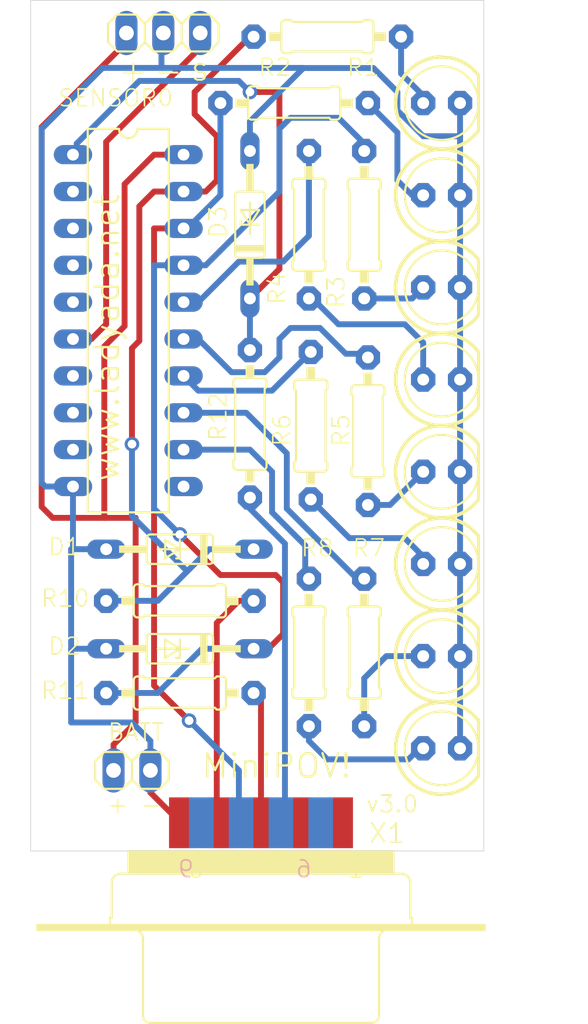
<source format=kicad_pcb>
(kicad_pcb (version 20221018) (generator pcbnew)
  (layers (0 "F.Cu" signal) (1 "In1.Cu" signal) (2 "In2.Cu" signal) (3 "In3.Cu" signal) (4 "In4.Cu" signal) (5 "In5.Cu" signal) (6 "In6.Cu" signal) (7 "In7.Cu" signal) (8 "In8.Cu" signal) (9 "In9.Cu" signal) (10 "In10.Cu" signal) (11 "In11.Cu" signal) (12 "In12.Cu" signal) (13 "In13.Cu" signal) (14 "In14.Cu" signal) (31 "B.Cu" signal) (34 "B.Paste" user) (35 "F.Paste" user) (36 "B.SilkS" user "B.Silkscreen") (37 "F.SilkS" user "F.Silkscreen") (38 "B.Mask" user) (39 "F.Mask" user) (44 "Edge.Cuts" user))
  (net 0 "")
  (net 1 "VCC")
  (net 2 "GND")
  (net 3 "N$1")
  (net 4 "N$8")
  (net 5 "N$9")
  (net 6 "N$10")
  (net 7 "N$11")
  (net 8 "N$12")
  (net 9 "N$13")
  (net 10 "N$14")
  (net 11 "N$15")
  (net 12 "N$16")
  (net 13 "N$17")
  (net 14 "N$18")
  (net 15 "N$19")
  (net 16 "N$20")
  (net 17 "N$21")
  (net 18 "N$3")
  (net 19 "N$4")
  (net 20 "N$7")
  (net 21 "N$22")
  (net 22 "R12")
  (net 23 "N$2")
  (footprint "minipov3:DO35Z10" (layer "F.Cu") (at 143.1721 113.5126 180)
    (fp_text reference "D2" hide)
    (fp_text value "3V")
    (pad "A" thru_hole oval (at 5.08 0 180) (size 2.6416 1.3208) (drill 0.8128) (layers "*.Cu" "*.Mask") (net 2 "GND"))
    (pad "C" thru_hole oval (at -5.08 0 180) (size 2.6416 1.3208) (drill 0.8128) (layers "*.Cu" "*.Mask") (net 21 "N$22"))
  )
  (footprint "minipov3:LED5MM" (layer "F.Cu") (at 161.2061 127.2286)
    (fp_text reference "LED1" hide)
    (fp_text value "")
    (pad "A" thru_hole roundrect (at -1.27 0) (size 1.6764 1.6764) (drill 0.8128) (layers "*.Cu" "*.Mask") (chamfer_ratio 0.2928932188) (chamfer top_left top_right bottom_left bottom_right) (net 11 "N$15"))
    (pad "K" thru_hole roundrect (at 1.27 0) (size 1.6764 1.6764) (drill 0.8128) (layers "*.Cu" "*.Mask") (chamfer_ratio 0.2928932188) (chamfer top_left top_right bottom_left bottom_right) (net 2 "GND"))
  )
  (footprint "minipov3:DO35Z10" (layer "F.Cu") (at 147.9981 91.1606 90)
    (fp_text reference "D3" hide)
    (fp_text value "3V")
    (pad "A" thru_hole oval (at 5.08 0 90) (size 2.6416 1.3208) (drill 0.8128) (layers "*.Cu" "*.Mask") (net 2 "GND"))
    (pad "C" thru_hole oval (at -5.08 0 90) (size 2.6416 1.3208) (drill 0.8128) (layers "*.Cu" "*.Mask") (net 3 "N$1"))
  )
  (footprint "minipov3:LED5MM" (layer "F.Cu") (at 161.2061 114.5286)
    (fp_text reference "LED3" hide)
    (fp_text value "")
    (pad "A" thru_hole roundrect (at -1.27 0) (size 1.6764 1.6764) (drill 0.8128) (layers "*.Cu" "*.Mask") (chamfer_ratio 0.2928932188) (chamfer top_left top_right bottom_left bottom_right) (net 9 "N$13"))
    (pad "K" thru_hole roundrect (at 1.27 0) (size 1.6764 1.6764) (drill 0.8128) (layers "*.Cu" "*.Mask") (chamfer_ratio 0.2928932188) (chamfer top_left top_right bottom_left bottom_right) (net 2 "GND"))
  )
  (footprint "minipov3:0207_10" (layer "F.Cu") (at 156.1261 105.3846 90)
    (fp_text reference "R5" hide)
    (fp_text value "47")
    (pad "1" thru_hole roundrect (at -5.08 0 90) (size 1.6764 1.6764) (drill 0.8128) (layers "*.Cu" "*.Mask") (chamfer_ratio 0.2928932188) (chamfer top_left top_right bottom_left bottom_right) (net 8 "N$12"))
    (pad "2" thru_hole roundrect (at 5.08 0 90) (size 1.6764 1.6764) (drill 0.8128) (layers "*.Cu" "*.Mask") (chamfer_ratio 0.2928932188) (chamfer top_left top_right bottom_left bottom_right) (net 13 "N$17"))
  )
  (footprint "minipov3:LED5MM" (layer "F.Cu") (at 161.2061 120.8786)
    (fp_text reference "LED2" hide)
    (fp_text value "")
    (pad "A" thru_hole roundrect (at -1.27 0) (size 1.6764 1.6764) (drill 0.8128) (layers "*.Cu" "*.Mask") (chamfer_ratio 0.2928932188) (chamfer top_left top_right bottom_left bottom_right) (net 10 "N$14"))
    (pad "K" thru_hole roundrect (at 1.27 0) (size 1.6764 1.6764) (drill 0.8128) (layers "*.Cu" "*.Mask") (chamfer_ratio 0.2928932188) (chamfer top_left top_right bottom_left bottom_right) (net 2 "GND"))
  )
  (footprint "minipov3:F09D" (layer "F.Cu") (at 148.7601 138.4046 180)
    (fp_text reference "X2" hide)
    (fp_text value "")
    (fp_text user "6" (at -3.5768 2.1966 180) (layer "B.SilkS") (effects (font (size 1.143 1.143) (thickness 0.127)) (justify left bottom mirror)))
    (fp_text user "9" (at 4.5418 2.1966 180) (layer "B.SilkS") (effects (font (size 1.143 1.143) (thickness 0.127)) (justify left bottom mirror)))
    (fp_text user "5" (at 5.085 2.1786 180) (layer "F.SilkS") (effects (font (size 1.143 1.143) (thickness 0.127)) (justify left bottom)))
    (fp_text user "1" (at -5.92 2.1786 180) (layer "F.SilkS") (effects (font (size 1.143 1.143) (thickness 0.127)) (justify left bottom)))
    (pad "1" smd rect (at -5.4862 6.0448 180) (size 1.7 3.5) (layers "F.Cu" "F.Paste" "F.Mask"))
    (pad "2" smd rect (at -2.7434 6.0448 180) (size 1.7 3.5) (layers "F.Cu" "F.Paste" "F.Mask"))
    (pad "3" smd rect (at 0 6.045 180) (size 1.7 3.5) (layers "F.Cu" "F.Paste" "F.Mask") (net 18 "N$3"))
    (pad "4" smd rect (at 2.7434 6.0448 180) (size 1.7 3.5) (layers "F.Cu" "F.Paste" "F.Mask") (net 20 "N$7"))
    (pad "5" smd rect (at 5.4862 6.0448 180) (size 1.7 3.5) (layers "F.Cu" "F.Paste" "F.Mask") (net 2 "GND"))
    (pad "6" smd rect (at -4.1148 6.0452 180) (size 1.7 3.5) (layers "B.Cu" "B.Paste" "B.Mask"))
    (pad "7" smd rect (at -1.3716 6.0452 180) (size 1.7 3.5) (layers "B.Cu" "B.Paste" "B.Mask") (net 19 "N$4"))
    (pad "8" smd rect (at 1.3716 6.0452 180) (size 1.7 3.5) (layers "B.Cu" "B.Paste" "B.Mask") (net 22 "R12"))
    (pad "9" smd rect (at 4.1148 6.0452 180) (size 1.7 3.5) (layers "B.Cu" "B.Paste" "B.Mask"))
  )
  (footprint "minipov3:LED5MM" (layer "F.Cu") (at 161.2061 108.1786)
    (fp_text reference "LED4" hide)
    (fp_text value "")
    (pad "A" thru_hole roundrect (at -1.27 0) (size 1.6764 1.6764) (drill 0.8128) (layers "*.Cu" "*.Mask") (chamfer_ratio 0.2928932188) (chamfer top_left top_right bottom_left bottom_right) (net 8 "N$12"))
    (pad "K" thru_hole roundrect (at 1.27 0) (size 1.6764 1.6764) (drill 0.8128) (layers "*.Cu" "*.Mask") (chamfer_ratio 0.2928932188) (chamfer top_left top_right bottom_left bottom_right) (net 2 "GND"))
  )
  (footprint "minipov3:0207_10" (layer "F.Cu") (at 152.0621 91.1606 90)
    (fp_text reference "R4" hide)
    (fp_text value "47")
    (pad "1" thru_hole roundrect (at -5.08 0 90) (size 1.6764 1.6764) (drill 0.8128) (layers "*.Cu" "*.Mask") (chamfer_ratio 0.2928932188) (chamfer top_left top_right bottom_left bottom_right) (net 7 "N$11"))
    (pad "2" thru_hole roundrect (at 5.08 0 90) (size 1.6764 1.6764) (drill 0.8128) (layers "*.Cu" "*.Mask") (chamfer_ratio 0.2928932188) (chamfer top_left top_right bottom_left bottom_right) (net 12 "N$16"))
  )
  (footprint "minipov3:0207_10" (layer "F.Cu") (at 143.1721 117.0686)
    (fp_text reference "R10" hide)
    (fp_text value "4.7K")
    (pad "1" thru_hole roundrect (at -5.08 0) (size 1.6764 1.6764) (drill 0.8128) (layers "*.Cu" "*.Mask") (chamfer_ratio 0.2928932188) (chamfer top_left top_right bottom_left bottom_right) (net 21 "N$22"))
    (pad "2" thru_hole roundrect (at 5.08 0) (size 1.6764 1.6764) (drill 0.8128) (layers "*.Cu" "*.Mask") (chamfer_ratio 0.2928932188) (chamfer top_left top_right bottom_left bottom_right) (net 20 "N$7"))
  )
  (footprint "minipov3:LED5MM" (layer "F.Cu") (at 161.2061 82.7786)
    (fp_text reference "LED8" hide)
    (fp_text value "")
    (pad "A" thru_hole roundrect (at -1.27 0) (size 1.6764 1.6764) (drill 0.8128) (layers "*.Cu" "*.Mask") (chamfer_ratio 0.2928932188) (chamfer top_left top_right bottom_left bottom_right) (net 4 "N$8"))
    (pad "K" thru_hole roundrect (at 1.27 0) (size 1.6764 1.6764) (drill 0.8128) (layers "*.Cu" "*.Mask") (chamfer_ratio 0.2928932188) (chamfer top_left top_right bottom_left bottom_right) (net 2 "GND"))
  )
  (footprint "minipov3:LED5MM" (layer "F.Cu") (at 161.2061 101.8286)
    (fp_text reference "LED5" hide)
    (fp_text value "")
    (pad "A" thru_hole roundrect (at -1.27 0) (size 1.6764 1.6764) (drill 0.8128) (layers "*.Cu" "*.Mask") (chamfer_ratio 0.2928932188) (chamfer top_left top_right bottom_left bottom_right) (net 7 "N$11"))
    (pad "K" thru_hole roundrect (at 1.27 0) (size 1.6764 1.6764) (drill 0.8128) (layers "*.Cu" "*.Mask") (chamfer_ratio 0.2928932188) (chamfer top_left top_right bottom_left bottom_right) (net 2 "GND"))
  )
  (footprint "minipov3:LED5MM" (layer "F.Cu") (at 161.2061 89.1286)
    (fp_text reference "LED7" hide)
    (fp_text value "")
    (pad "A" thru_hole roundrect (at -1.27 0) (size 1.6764 1.6764) (drill 0.8128) (layers "*.Cu" "*.Mask") (chamfer_ratio 0.2928932188) (chamfer top_left top_right bottom_left bottom_right) (net 5 "N$9"))
    (pad "K" thru_hole roundrect (at 1.27 0) (size 1.6764 1.6764) (drill 0.8128) (layers "*.Cu" "*.Mask") (chamfer_ratio 0.2928932188) (chamfer top_left top_right bottom_left bottom_right) (net 2 "GND"))
  )
  (footprint "minipov3:0207_10" (layer "F.Cu") (at 152.0621 120.6246 90)
    (fp_text reference "R8" hide)
    (fp_text value "47")
    (pad "1" thru_hole roundrect (at -5.08 0 90) (size 1.6764 1.6764) (drill 0.8128) (layers "*.Cu" "*.Mask") (chamfer_ratio 0.2928932188) (chamfer top_left top_right bottom_left bottom_right) (net 11 "N$15"))
    (pad "2" thru_hole roundrect (at 5.08 0 90) (size 1.6764 1.6764) (drill 0.8128) (layers "*.Cu" "*.Mask") (chamfer_ratio 0.2928932188) (chamfer top_left top_right bottom_left bottom_right) (net 16 "N$20"))
  )
  (footprint "minipov3:1X03" (layer "F.Cu") (at 142.0291 77.9526)
    (fp_text reference "SENSOR0" (at -7.3152 5.1562) (layer "F.SilkS") (effects (font (size 1.1557 1.1557) (thickness 0.1143)) (justify left bottom)))
    (fp_text value "")
    (pad "1" thru_hole oval (at -2.54 0 90) (size 3.048 1.524) (drill 1.016) (layers "*.Cu" "*.Mask") (net 1 "VCC"))
    (pad "2" thru_hole oval (at 0 0 90) (size 3.048 1.524) (drill 1.016) (layers "*.Cu" "*.Mask") (net 2 "GND"))
    (pad "3" thru_hole oval (at 2.54 0 90) (size 3.048 1.524) (drill 1.016) (layers "*.Cu" "*.Mask") (net 17 "N$21"))
  )
  (footprint "minipov3:0207_10" (layer "F.Cu") (at 153.3321 78.2066 180)
    (fp_text reference "R1" hide)
    (fp_text value "47")
    (pad "1" thru_hole roundrect (at -5.08 0 180) (size 1.6764 1.6764) (drill 0.8128) (layers "*.Cu" "*.Mask") (chamfer_ratio 0.2928932188) (chamfer top_left top_right bottom_left bottom_right) (net 4 "N$8"))
    (pad "2" thru_hole roundrect (at 5.08 0 180) (size 1.6764 1.6764) (drill 0.8128) (layers "*.Cu" "*.Mask") (chamfer_ratio 0.2928932188) (chamfer top_left top_right bottom_left bottom_right) (net 21 "N$22"))
  )
  (footprint "minipov3:0207_10" (layer "F.Cu") (at 143.1721 123.4186)
    (fp_text reference "R12" hide)
    (fp_text value "4.7K")
    (pad "1" thru_hole roundrect (at -5.08 0) (size 1.6764 1.6764) (drill 0.8128) (layers "*.Cu" "*.Mask") (chamfer_ratio 0.2928932188) (chamfer top_left top_right bottom_left bottom_right) (net 23 "N$2"))
    (pad "2" thru_hole roundrect (at 5.08 0) (size 1.6764 1.6764) (drill 0.8128) (layers "*.Cu" "*.Mask") (chamfer_ratio 0.2928932188) (chamfer top_left top_right bottom_left bottom_right) (net 18 "N$3"))
  )
  (footprint "minipov3:1X02" (layer "F.Cu") (at 139.8701 128.7526)
    (fp_text reference "JP1" hide)
    (fp_text value "")
    (pad "1" thru_hole oval (at -1.27 0 90) (size 3.048 1.524) (drill 1.016) (layers "*.Cu" "*.Mask") (net 1 "VCC"))
    (pad "2" thru_hole oval (at 1.27 0 90) (size 3.048 1.524) (drill 1.016) (layers "*.Cu" "*.Mask") (net 2 "GND"))
  )
  (footprint "minipov3:DIL20" (layer "F.Cu") (at 139.6161 97.7646 -90)
    (fp_text reference "IC1" hide)
    (fp_text value "TINY2313P")
    (pad "1" thru_hole oval (at -11.43 3.81) (size 2.6416 1.3208) (drill 0.8128) (layers "*.Cu" "*.Mask") (net 3 "N$1"))
    (pad "2" thru_hole oval (at -8.89 3.81) (size 2.6416 1.3208) (drill 0.8128) (layers "*.Cu" "*.Mask"))
    (pad "3" thru_hole oval (at -6.35 3.81) (size 2.6416 1.3208) (drill 0.8128) (layers "*.Cu" "*.Mask"))
    (pad "4" thru_hole oval (at -3.81 3.81) (size 2.6416 1.3208) (drill 0.8128) (layers "*.Cu" "*.Mask"))
    (pad "5" thru_hole oval (at -1.27 3.81) (size 2.6416 1.3208) (drill 0.8128) (layers "*.Cu" "*.Mask"))
    (pad "6" thru_hole oval (at 1.27 3.81) (size 2.6416 1.3208) (drill 0.8128) (layers "*.Cu" "*.Mask") (net 17 "N$21"))
    (pad "7" thru_hole oval (at 3.81 3.81) (size 2.6416 1.3208) (drill 0.8128) (layers "*.Cu" "*.Mask"))
    (pad "8" thru_hole oval (at 6.35 3.81) (size 2.6416 1.3208) (drill 0.8128) (layers "*.Cu" "*.Mask"))
    (pad "9" thru_hole oval (at 8.89 3.81) (size 2.6416 1.3208) (drill 0.8128) (layers "*.Cu" "*.Mask"))
    (pad "10" thru_hole oval (at 11.43 3.81) (size 2.6416 1.3208) (drill 0.8128) (layers "*.Cu" "*.Mask") (net 2 "GND"))
    (pad "11" thru_hole oval (at 11.43 -3.81) (size 2.6416 1.3208) (drill 0.8128) (layers "*.Cu" "*.Mask"))
    (pad "12" thru_hole oval (at 8.89 -3.81) (size 2.6416 1.3208) (drill 0.8128) (layers "*.Cu" "*.Mask") (net 16 "N$20"))
    (pad "13" thru_hole oval (at 6.35 -3.81) (size 2.6416 1.3208) (drill 0.8128) (layers "*.Cu" "*.Mask") (net 15 "N$19"))
    (pad "14" thru_hole oval (at 3.81 -3.81) (size 2.6416 1.3208) (drill 0.8128) (layers "*.Cu" "*.Mask") (net 14 "N$18"))
    (pad "15" thru_hole oval (at 1.27 -3.81) (size 2.6416 1.3208) (drill 0.8128) (layers "*.Cu" "*.Mask") (net 13 "N$17"))
    (pad "16" thru_hole oval (at -1.27 -3.81) (size 2.6416 1.3208) (drill 0.8128) (layers "*.Cu" "*.Mask") (net 12 "N$16"))
    (pad "17" thru_hole oval (at -3.81 -3.81) (size 2.6416 1.3208) (drill 0.8128) (layers "*.Cu" "*.Mask") (net 23 "N$2"))
    (pad "18" thru_hole oval (at -6.35 -3.81) (size 2.6416 1.3208) (drill 0.8128) (layers "*.Cu" "*.Mask") (net 22 "R12"))
    (pad "19" thru_hole oval (at -8.89 -3.81) (size 2.6416 1.3208) (drill 0.8128) (layers "*.Cu" "*.Mask") (net 21 "N$22"))
    (pad "20" thru_hole oval (at -11.43 -3.81) (size 2.6416 1.3208) (drill 0.8128) (layers "*.Cu" "*.Mask") (net 1 "VCC"))
  )
  (footprint "" (layer "F.Cu") (at 161.7141 132.0546)
    (fp_text reference "@HOLE3" hide)
    (fp_text value "" (at 0 0) (layer "F.SilkS") (effects (font (size 1.27 1.27))))
    (pad "" np_thru_hole circle (at 0 0) (size 3.2 3.2) (drill 3.2) (layers "*.Cu" "*.Mask"))
  )
  (footprint "minipov3:DO35Z10" (layer "F.Cu") (at 143.1721 120.3706 180)
    (fp_text reference "D1" hide)
    (fp_text value "3V")
    (pad "A" thru_hole oval (at 5.08 0 180) (size 2.6416 1.3208) (drill 0.8128) (layers "*.Cu" "*.Mask") (net 2 "GND"))
    (pad "C" thru_hole oval (at -5.08 0 180) (size 2.6416 1.3208) (drill 0.8128) (layers "*.Cu" "*.Mask") (net 23 "N$2"))
  )
  (footprint "minipov3:0207_10" (layer "F.Cu") (at 152.1891 105.0036 90)
    (fp_text reference "R6" hide)
    (fp_text value "47")
    (pad "1" thru_hole roundrect (at -5.08 0 90) (size 1.6764 1.6764) (drill 0.8128) (layers "*.Cu" "*.Mask") (chamfer_ratio 0.2928932188) (chamfer top_left top_right bottom_left bottom_right) (net 9 "N$13"))
    (pad "2" thru_hole roundrect (at 5.08 0 90) (size 1.6764 1.6764) (drill 0.8128) (layers "*.Cu" "*.Mask") (chamfer_ratio 0.2928932188) (chamfer top_left top_right bottom_left bottom_right) (net 14 "N$18"))
  )
  (footprint "" (layer "F.Cu") (at 135.2981 132.0546)
    (fp_text reference "@HOLE1" hide)
    (fp_text value "" (at 0 0) (layer "F.SilkS") (effects (font (size 1.27 1.27))))
    (pad "" np_thru_hole circle (at 0 0) (size 3.2 3.2) (drill 3.2) (layers "*.Cu" "*.Mask"))
  )
  (footprint "minipov3:0207_10" (layer "F.Cu") (at 147.9981 104.8766 90)
    (fp_text reference "R11" hide)
    (fp_text value "4.7K")
    (pad "1" thru_hole roundrect (at -5.08 0 90) (size 1.6764 1.6764) (drill 0.8128) (layers "*.Cu" "*.Mask") (chamfer_ratio 0.2928932188) (chamfer top_left top_right bottom_left bottom_right) (net 19 "N$4"))
    (pad "2" thru_hole roundrect (at 5.08 0 90) (size 1.6764 1.6764) (drill 0.8128) (layers "*.Cu" "*.Mask") (chamfer_ratio 0.2928932188) (chamfer top_left top_right bottom_left bottom_right) (net 3 "N$1"))
  )
  (footprint "minipov3:0207_10" (layer "F.Cu") (at 151.0461 82.7786 180)
    (fp_text reference "R2" hide)
    (fp_text value "47")
    (pad "1" thru_hole roundrect (at -5.08 0 180) (size 1.6764 1.6764) (drill 0.8128) (layers "*.Cu" "*.Mask") (chamfer_ratio 0.2928932188) (chamfer top_left top_right bottom_left bottom_right) (net 5 "N$9"))
    (pad "2" thru_hole roundrect (at 5.08 0 180) (size 1.6764 1.6764) (drill 0.8128) (layers "*.Cu" "*.Mask") (chamfer_ratio 0.2928932188) (chamfer top_left top_right bottom_left bottom_right) (net 22 "R12"))
  )
  (footprint "" (layer "F.Cu") (at 161.7141 77.9526)
    (fp_text reference "@HOLE2" hide)
    (fp_text value "" (at 0 0) (layer "F.SilkS") (effects (font (size 1.27 1.27))))
    (pad "" np_thru_hole circle (at 0 0) (size 3.2 3.2) (drill 3.2) (layers "*.Cu" "*.Mask"))
  )
  (footprint "minipov3:LED5MM" (layer "F.Cu") (at 161.2061 95.4786)
    (fp_text reference "LED6" hide)
    (fp_text value "")
    (pad "A" thru_hole roundrect (at -1.27 0) (size 1.6764 1.6764) (drill 0.8128) (layers "*.Cu" "*.Mask") (chamfer_ratio 0.2928932188) (chamfer top_left top_right bottom_left bottom_right) (net 6 "N$10"))
    (pad "K" thru_hole roundrect (at 1.27 0) (size 1.6764 1.6764) (drill 0.8128) (layers "*.Cu" "*.Mask") (chamfer_ratio 0.2928932188) (chamfer top_left top_right bottom_left bottom_right) (net 2 "GND"))
  )
  (footprint "minipov3:0207_10" (layer "F.Cu") (at 155.8721 120.6246 90)
    (fp_text reference "R7" hide)
    (fp_text value "47")
    (pad "1" thru_hole roundrect (at -5.08 0 90) (size 1.6764 1.6764) (drill 0.8128) (layers "*.Cu" "*.Mask") (chamfer_ratio 0.2928932188) (chamfer top_left top_right bottom_left bottom_right) (net 10 "N$14"))
    (pad "2" thru_hole roundrect (at 5.08 0 90) (size 1.6764 1.6764) (drill 0.8128) (layers "*.Cu" "*.Mask") (chamfer_ratio 0.2928932188) (chamfer top_left top_right bottom_left bottom_right) (net 15 "N$19"))
  )
  (footprint "minipov3:0207_10" (layer "F.Cu") (at 155.8721 91.1606 90)
    (fp_text reference "R3" hide)
    (fp_text value "47")
    (pad "1" thru_hole roundrect (at -5.08 0 90) (size 1.6764 1.6764) (drill 0.8128) (layers "*.Cu" "*.Mask") (chamfer_ratio 0.2928932188) (chamfer top_left top_right bottom_left bottom_right) (net 6 "N$10"))
    (pad "2" thru_hole roundrect (at 5.08 0 90) (size 1.6764 1.6764) (drill 0.8128) (layers "*.Cu" "*.Mask") (chamfer_ratio 0.2928932188) (chamfer top_left top_right bottom_left bottom_right) (net 23 "N$2"))
  )
  (footprint "" (layer "F.Cu") (at 135.2981 77.9526)
    (fp_text reference "@HOLE0" hide)
    (fp_text value "" (at 0 0) (layer "F.SilkS") (effects (font (size 1.27 1.27))))
    (pad "" np_thru_hole circle (at 0 0) (size 3.2 3.2) (drill 3.2) (layers "*.Cu" "*.Mask"))
  )
  (gr_line (start 132.8901 134.3026) (end 164.1121 134.3026) (stroke (width 0.05)) (layer "Edge.Cuts"))
  (gr_line (start 164.1121 134.3026) (end 164.1121 75.7046) (stroke (width 0.05)) (layer "Edge.Cuts"))
  (gr_line (start 132.8901 75.7046) (end 132.8901 134.3026) (stroke (width 0.05)) (layer "Edge.Cuts"))
  (gr_line (start 164.1121 75.7046) (end 132.8901 75.7046) (stroke (width 0.05)) (layer "Edge.Cuts"))
  (gr_text "X1" (at 156.1261 133.8326) (layer "F.SilkS") (effects (font (size 1.294384 1.294384) (thickness 0.128016)) (justify left bottom)))
  (gr_text "+" (at 138.8541 81.5086) (layer "F.SilkS") (effects (font (size 1.63576 1.63576) (thickness 0.14224)) (justify left bottom)))
  (gr_text "R6" (at 149.5221 104.1146 90) (layer "F.SilkS") (effects (font (size 1.1557 1.1557) (thickness 0.1143)) (justify right top)))
  (gr_text "R12" (at 146.4741 106.1466 90) (layer "F.SilkS") (effects (font (size 1.1557 1.1557) (thickness 0.1143)) (justify left bottom)))
  (gr_text "R2" (at 148.5061 81.0006) (layer "F.SilkS") (effects (font (size 1.1557 1.1557) (thickness 0.1143)) (justify left bottom)))
  (gr_text "R3" (at 154.6021 97.0026 90) (layer "F.SilkS") (effects (font (size 1.1557 1.1557) (thickness 0.1143)) (justify left bottom)))
  (gr_text "R10" (at 133.5201 117.5766) (layer "F.SilkS") (effects (font (size 1.1557 1.1557) (thickness 0.1143)) (justify left bottom)))
  (gr_text "www.ladyada.net" (at 139.1081 108.9406 90) (layer "F.SilkS") (effects (font (size 1.61798 1.61798) (thickness 0.16002)) (justify left bottom)))
  (gr_text "s" (at 143.8071 81.3816) (layer "F.SilkS") (effects (font (size 1.63576 1.63576) (thickness 0.14224)) (justify left bottom)))
  (gr_text "+" (at 138.0921 131.8006) (layer "F.SilkS") (effects (font (size 1.143 1.143) (thickness 0.127)) (justify left bottom)))
  (gr_text "BATT" (at 142.1561 125.4506) (layer "F.SilkS") (effects (font (size 1.143 1.143) (thickness 0.127)) (justify right top)))
  (gr_text "R1" (at 154.6021 81.0006) (layer "F.SilkS") (effects (font (size 1.1557 1.1557) (thickness 0.1143)) (justify left bottom)))
  (gr_text "-" (at 141.2671 81.5086) (layer "F.SilkS") (effects (font (size 1.63576 1.63576) (thickness 0.14224)) (justify left bottom)))
  (gr_text "D1" (at 134.0281 114.0206) (layer "F.SilkS") (effects (font (size 1.1557 1.1557) (thickness 0.1143)) (justify left bottom)))
  (gr_text "-" (at 140.3781 131.8006) (layer "F.SilkS") (effects (font (size 1.143 1.143) (thickness 0.127)) (justify left bottom)))
  (gr_text "R7" (at 157.3961 112.7506) (layer "F.SilkS") (effects (font (size 1.1557 1.1557) (thickness 0.1143)) (justify right top)))
  (gr_text "R8" (at 153.8401 112.7506) (layer "F.SilkS") (effects (font (size 1.1557 1.1557) (thickness 0.1143)) (justify right top)))
  (gr_text "R11" (at 133.5201 123.9266) (layer "F.SilkS") (effects (font (size 1.1557 1.1557) (thickness 0.1143)) (justify left bottom)))
  (gr_text "R4" (at 150.5381 96.7486 90) (layer "F.SilkS") (effects (font (size 1.1557 1.1557) (thickness 0.1143)) (justify left bottom)))
  (gr_text "v3.0" (at 159.6821 130.4036) (layer "F.SilkS") (effects (font (size 1.143 1.143) (thickness 0.127)) (justify right top)))
  (gr_text "R5" (at 153.5861 104.1146 90) (layer "F.SilkS") (effects (font (size 1.1557 1.1557) (thickness 0.1143)) (justify right top)))
  (gr_text "D2" (at 134.0281 120.8786) (layer "F.SilkS") (effects (font (size 1.1557 1.1557) (thickness 0.1143)) (justify left bottom)))
  (gr_text "D3" (at 146.4741 92.1766 90) (layer "F.SilkS") (effects (font (size 1.1557 1.1557) (thickness 0.1143)) (justify left bottom)))
  (gr_text "MiniPOV!" (at 144.5691 129.3876) (layer "F.SilkS") (effects (font (size 1.61798 1.61798) (thickness 0.16002)) (justify left bottom)))
  (segment (start 139.4891 78.5876) (end 139.4891 77.9526) (width 0.4064) (layer "F.Cu") (net 1))
  (segment (start 140.1241 111.3536) (end 137.9651 111.3536) (width 0.4064) (layer "F.Cu") (net 1))
  (segment (start 133.6471 84.4296) (end 139.4891 78.5876) (width 0.4064) (layer "F.Cu") (net 1))
  (segment (start 138.6001 126.9746) (end 140.1241 125.4506) (width 0.4064) (layer "F.Cu") (net 1))
  (segment (start 137.9651 111.3536) (end 137.9651 99.5426) (width 0.4064) (layer "F.Cu") (net 1))
  (segment (start 137.9651 111.3536) (end 134.4091 111.3536) (width 0.4064) (layer "F.Cu") (net 1))
  (segment (start 140.1241 125.4506) (end 140.1241 111.3536) (width 0.4064) (layer "F.Cu") (net 1))
  (segment (start 133.6471 110.5916) (end 133.6471 84.4296) (width 0.4064) (layer "F.Cu") (net 1))
  (segment (start 141.3941 86.3346) (end 143.4261 86.3346) (width 0.4064) (layer "F.Cu") (net 1))
  (segment (start 138.6001 128.7526) (end 138.6001 126.9746) (width 0.4064) (layer "F.Cu") (net 1))
  (segment (start 139.3621 88.3666) (end 141.3941 86.3346) (width 0.4064) (layer "F.Cu") (net 1))
  (segment (start 139.3621 98.1456) (end 139.3621 88.3666) (width 0.4064) (layer "F.Cu") (net 1))
  (segment (start 134.4091 111.3536) (end 133.6471 110.5916) (width 0.4064) (layer "F.Cu") (net 1))
  (segment (start 137.9651 99.5426) (end 139.3621 98.1456) (width 0.4064) (layer "F.Cu") (net 1))
  (segment (start 143.4261 86.3346) (end 143.1721 86.0806) (width 0.4064) (layer "F.Cu") (net 1))
  (segment (start 143.2739 132.3598) (end 143.2233 132.3598) (width 0.4064) (layer "F.Cu") (net 2))
  (segment (start 141.1401 130.2766) (end 141.1401 128.7526) (width 0.4064) (layer "F.Cu") (net 2))
  (segment (start 143.2233 132.3598) (end 141.1401 130.2766) (width 0.4064) (layer "F.Cu") (net 2))
  (segment (start 151.6811 80.3656) (end 147.9981 84.0486) (width 0.4064) (layer "B.Cu") (net 2))
  (segment (start 159.9361 85.0646) (end 162.4761 85.0646) (width 0.4064) (layer "B.Cu") (net 2))
  (segment (start 162.4761 127.2286) (end 162.4761 127.4826) (width 0.4064) (layer "B.Cu") (net 2))
  (segment (start 162.4761 108.1786) (end 162.4761 108.4326) (width 0.4064) (layer "B.Cu") (net 2))
  (segment (start 158.1581 82.0166) (end 158.1581 83.2866) (width 0.4064) (layer "B.Cu") (net 2))
  (segment (start 141.9021 77.9526) (end 142.0291 77.9526) (width 0.4064) (layer "B.Cu") (net 2))
  (segment (start 162.4761 85.0646) (end 162.4761 89.1286) (width 0.4064) (layer "B.Cu") (net 2))
  (segment (start 162.4761 85.0646) (end 162.4761 82.7786) (width 0.4064) (layer "B.Cu") (net 2))
  (segment (start 133.6471 108.9406) (end 133.6471 84.5566) (width 0.4064) (layer "B.Cu") (net 2))
  (segment (start 135.6791 125.4506) (end 135.6791 120.3706) (width 0.4064) (layer "B.Cu") (net 2))
  (segment (start 135.8061 109.1946) (end 133.9011 109.1946) (width 0.4064) (layer "B.Cu") (net 2))
  (segment (start 151.6811 80.3656) (end 156.5071 80.3656) (width 0.4064) (layer "B.Cu") (net 2))
  (segment (start 162.4761 108.1786) (end 162.4761 114.5286) (width 0.4064) (layer "B.Cu") (net 2))
  (segment (start 162.4761 95.4786) (end 162.4761 101.8286) (width 0.4064) (layer "B.Cu") (net 2))
  (segment (start 141.3941 128.7526) (end 141.1401 128.4986) (width 0.4064) (layer "B.Cu") (net 2))
  (segment (start 141.9021 80.3583) (end 141.9023 80.3583) (width 0.4064) (layer "B.Cu") (net 2))
  (segment (start 135.8061 113.5126) (end 135.8061 109.1946) (width 0.4064) (layer "B.Cu") (net 2))
  (segment (start 156.5071 80.3656) (end 158.1581 82.0166) (width 0.4064) (layer "B.Cu") (net 2))
  (segment (start 162.4761 101.8286) (end 162.4761 108.1786) (width 0.4064) (layer "B.Cu") (net 2))
  (segment (start 136.5681 113.5126) (end 138.0921 113.5126) (width 0.4064) (layer "B.Cu") (net 2))
  (segment (start 133.6471 84.5566) (end 137.8454 80.3583) (width 0.4064) (layer "B.Cu") (net 2))
  (segment (start 141.1401 128.4986) (end 141.1401 126.7206) (width 0.4064) (layer "B.Cu") (net 2))
  (segment (start 133.9011 109.1946) (end 133.6471 108.9406) (width 0.4064) (layer "B.Cu") (net 2))
  (segment (start 147.9981 84.0486) (end 147.9981 86.0806) (width 0.4064) (layer "B.Cu") (net 2))
  (segment (start 162.4761 89.1286) (end 162.4761 95.4786) (width 0.4064) (layer "B.Cu") (net 2))
  (segment (start 135.6791 120.3706) (end 135.6791 113.5126) (width 0.4064) (layer "B.Cu") (net 2))
  (segment (start 139.8701 125.4506) (end 135.6791 125.4506) (width 0.4064) (layer "B.Cu") (net 2))
  (segment (start 162.4761 114.5286) (end 162.4761 120.8786) (width 0.4064) (layer "B.Cu") (net 2))
  (segment (start 151.5468 80.3583) (end 151.6811 80.3656) (width 0.4064) (layer "B.Cu") (net 2))
  (segment (start 141.9021 80.3583) (end 141.9021 77.9526) (width 0.4064) (layer "B.Cu") (net 2))
  (segment (start 135.6791 113.5126) (end 136.5681 113.5126) (width 0.4064) (layer "B.Cu") (net 2))
  (segment (start 136.5681 113.5126) (end 135.8061 113.5126) (width 0.4064) (layer "B.Cu") (net 2))
  (segment (start 158.1581 83.2866) (end 159.9361 85.0646) (width 0.4064) (layer "B.Cu") (net 2))
  (segment (start 162.4761 120.8786) (end 162.4761 127.2286) (width 0.4064) (layer "B.Cu") (net 2))
  (segment (start 141.1401 126.7206) (end 139.8701 125.4506) (width 0.4064) (layer "B.Cu") (net 2))
  (segment (start 135.6791 120.3706) (end 138.0921 120.3706) (width 0.4064) (layer "B.Cu") (net 2))
  (segment (start 137.8454 80.3583) (end 141.9021 80.3583) (width 0.4064) (layer "B.Cu") (net 2))
  (segment (start 141.9021 80.3583) (end 151.5468 80.3583) (width 0.4064) (layer "B.Cu") (net 2))
  (segment (start 141.1401 128.7526) (end 141.3941 128.7526) (width 0.4064) (layer "B.Cu") (net 2))
  (segment (start 147.9981 96.2406) (end 150.0301 94.2086) (width 0.4064) (layer "F.Cu") (net 3))
  (segment (start 150.0301 94.2086) (end 150.0301 82.0166) (width 0.4064) (layer "F.Cu") (net 3))
  (segment (start 150.0301 82.0166) (end 147.9981 82.0166) (width 0.4064) (layer "F.Cu") (net 3))
  (via (at 147.9981 82.0166) (size 1.0064) (drill 0.6) (layers "F.Cu" "B.Cu") (net 3))
  (segment (start 140.3781 81.2546) (end 136.0601 85.5726) (width 0.4064) (layer "B.Cu") (net 3))
  (segment (start 147.9981 99.7966) (end 148.2521 99.7966) (width 0.4064) (layer "B.Cu") (net 3))
  (segment (start 147.2361 81.2546) (end 140.3781 81.2546) (width 0.4064) (layer "B.Cu") (net 3))
  (segment (start 147.9981 82.0166) (end 147.2361 81.2546) (width 0.4064) (layer "B.Cu") (net 3))
  (segment (start 148.2521 99.7966) (end 147.9981 99.5426) (width 0.4064) (layer "B.Cu") (net 3))
  (segment (start 136.0601 85.5726) (end 136.0601 86.3346) (width 0.4064) (layer "B.Cu") (net 3))
  (segment (start 136.0601 86.3346) (end 135.8061 86.3346) (width 0.4064) (layer "B.Cu") (net 3))
  (segment (start 147.9981 99.5426) (end 147.9981 96.2406) (width 0.4064) (layer "B.Cu") (net 3))
  (segment (start 159.9361 82.7786) (end 160.1901 82.5246) (width 0.4064) (layer "B.Cu") (net 4))
  (segment (start 160.1901 82.5246) (end 158.4121 80.7466) (width 0.4064) (layer "B.Cu") (net 4))
  (segment (start 158.4121 80.7466) (end 158.4121 78.2066) (width 0.4064) (layer "B.Cu") (net 4))
  (segment (start 158.1581 88.1126) (end 158.1581 84.8106) (width 0.4064) (layer "B.Cu") (net 5))
  (segment (start 159.9361 89.1286) (end 159.1741 89.1286) (width 0.4064) (layer "B.Cu") (net 5))
  (segment (start 158.1581 84.8106) (end 156.1261 82.7786) (width 0.4064) (layer "B.Cu") (net 5))
  (segment (start 159.1741 89.1286) (end 158.1581 88.1126) (width 0.4064) (layer "B.Cu") (net 5))
  (segment (start 155.8721 96.2406) (end 159.1741 96.2406) (width 0.4064) (layer "B.Cu") (net 6))
  (segment (start 159.1741 96.2406) (end 159.9361 95.4786) (width 0.4064) (layer "B.Cu") (net 6))
  (segment (start 158.6661 98.0186) (end 154.0941 98.0186) (width 0.4064) (layer "B.Cu") (net 7))
  (segment (start 152.3161 96.2406) (end 152.0621 96.2406) (width 0.4064) (layer "B.Cu") (net 7))
  (segment (start 159.9361 101.8286) (end 159.9361 99.2886) (width 0.4064) (layer "B.Cu") (net 7))
  (segment (start 159.9361 99.2886) (end 158.6661 98.0186) (width 0.4064) (layer "B.Cu") (net 7))
  (segment (start 154.0941 98.0186) (end 152.3161 96.2406) (width 0.4064) (layer "B.Cu") (net 7))
  (segment (start 156.1261 110.4646) (end 157.6501 110.4646) (width 0.4064) (layer "B.Cu") (net 8))
  (segment (start 157.6501 110.4646) (end 159.9361 108.1786) (width 0.4064) (layer "B.Cu") (net 8))
  (segment (start 160.1901 114.2746) (end 159.9361 114.5286) (width 0.4064) (layer "B.Cu") (net 9))
  (segment (start 154.8561 112.7506) (end 158.6661 112.7506) (width 0.4064) (layer "B.Cu") (net 9))
  (segment (start 152.1891 110.0836) (end 154.8561 112.7506) (width 0.4064) (layer "B.Cu") (net 9))
  (segment (start 158.6661 112.7506) (end 160.1901 114.2746) (width 0.4064) (layer "B.Cu") (net 9))
  (segment (start 157.3961 120.8786) (end 159.9361 120.8786) (width 0.4064) (layer "B.Cu") (net 10))
  (segment (start 155.8721 125.7046) (end 155.8721 122.4026) (width 0.4064) (layer "B.Cu") (net 10))
  (segment (start 155.8721 122.4026) (end 157.3961 120.8786) (width 0.4064) (layer "B.Cu") (net 10))
  (segment (start 158.9201 127.9906) (end 159.9361 126.9746) (width 0.4064) (layer "B.Cu") (net 11))
  (segment (start 159.9361 126.9746) (end 159.9361 127.2286) (width 0.4064) (layer "B.Cu") (net 11))
  (segment (start 152.0621 125.7046) (end 152.0621 126.7206) (width 0.4064) (layer "B.Cu") (net 11))
  (segment (start 153.3321 127.9906) (end 158.9201 127.9906) (width 0.4064) (layer "B.Cu") (net 11))
  (segment (start 152.0621 126.7206) (end 153.3321 127.9906) (width 0.4064) (layer "B.Cu") (net 11))
  (segment (start 150.2841 93.7006) (end 152.0621 91.9226) (width 0.4064) (layer "B.Cu") (net 12))
  (segment (start 143.4261 96.4946) (end 144.4421 96.4946) (width 0.4064) (layer "B.Cu") (net 12))
  (segment (start 152.0621 91.9226) (end 152.0621 86.0806) (width 0.4064) (layer "B.Cu") (net 12))
  (segment (start 144.4421 96.4946) (end 147.2361 93.7006) (width 0.4064) (layer "B.Cu") (net 12))
  (segment (start 147.2361 93.7006) (end 150.2841 93.7006) (width 0.4064) (layer "B.Cu") (net 12))
  (segment (start 143.4261 99.0346) (end 144.4421 99.0346) (width 0.4064) (layer "B.Cu") (net 13))
  (segment (start 155.8721 100.0506) (end 156.1261 100.3046) (width 0.4064) (layer "B.Cu") (net 13))
  (segment (start 146.7281 101.3206) (end 149.0141 101.3206) (width 0.4064) (layer "B.Cu") (net 13))
  (segment (start 152.8241 98.2726) (end 154.6021 100.0506) (width 0.4064) (layer "B.Cu") (net 13))
  (segment (start 150.0301 99.0346) (end 150.7921 98.2726) (width 0.4064) (layer "B.Cu") (net 13))
  (segment (start 150.7921 98.2726) (end 152.8241 98.2726) (width 0.4064) (layer "B.Cu") (net 13))
  (segment (start 150.0301 100.3046) (end 150.0301 99.0346) (width 0.4064) (layer "B.Cu") (net 13))
  (segment (start 154.6021 100.0506) (end 155.8721 100.0506) (width 0.4064) (layer "B.Cu") (net 13))
  (segment (start 149.0141 101.3206) (end 150.0301 100.3046) (width 0.4064) (layer "B.Cu") (net 13))
  (segment (start 144.4421 99.0346) (end 146.7281 101.3206) (width 0.4064) (layer "B.Cu") (net 13))
  (segment (start 149.5221 102.5906) (end 152.1891 99.9236) (width 0.4064) (layer "B.Cu") (net 14))
  (segment (start 144.4421 102.5906) (end 143.4261 101.5746) (width 0.4064) (layer "B.Cu") (net 14))
  (segment (start 144.4421 102.5906) (end 149.5221 102.5906) (width 0.4064) (layer "B.Cu") (net 14))
  (segment (start 147.7441 104.1146) (end 143.4261 104.1146) (width 0.4064) (layer "B.Cu") (net 15))
  (segment (start 150.5381 110.7186) (end 150.5381 106.9086) (width 0.4064) (layer "B.Cu") (net 15))
  (segment (start 155.8721 115.5446) (end 155.8721 116.0526) (width 0.4064) (layer "B.Cu") (net 15))
  (segment (start 155.8721 116.0526) (end 150.5381 110.7186) (width 0.4064) (layer "B.Cu") (net 15))
  (segment (start 150.5381 106.9086) (end 147.7441 104.1146) (width 0.4064) (layer "B.Cu") (net 15))
  (segment (start 152.0621 115.5446) (end 151.8081 115.5446) (width 0.4064) (layer "B.Cu") (net 16))
  (segment (start 149.5221 110.9726) (end 149.5221 108.1786) (width 0.4064) (layer "B.Cu") (net 16))
  (segment (start 151.8081 115.5446) (end 151.8081 113.2586) (width 0.4064) (layer "B.Cu") (net 16))
  (segment (start 151.8081 113.2586) (end 149.5221 110.9726) (width 0.4064) (layer "B.Cu") (net 16))
  (segment (start 149.5221 108.1786) (end 147.9981 106.6546) (width 0.4064) (layer "B.Cu") (net 16))
  (segment (start 147.9981 106.6546) (end 143.4261 106.6546) (width 0.4064) (layer "B.Cu") (net 16))
  (segment (start 138.0921 85.4456) (end 144.5691 78.9686) (width 0.4064) (layer "F.Cu") (net 17))
  (segment (start 135.8061 99.0346) (end 137.0761 99.0346) (width 0.4064) (layer "F.Cu") (net 17))
  (segment (start 137.0761 99.0346) (end 138.0921 98.0186) (width 0.4064) (layer "F.Cu") (net 17))
  (segment (start 138.0921 98.0186) (end 138.0921 85.4456) (width 0.4064) (layer "F.Cu") (net 17))
  (segment (start 144.5691 77.8256) (end 144.6961 77.6986) (width 0.4064) (layer "F.Cu") (net 17))
  (segment (start 144.5691 78.9686) (end 144.5691 77.8256) (width 0.4064) (layer "F.Cu") (net 17))
  (segment (start 144.5691 77.8256) (end 144.5691 77.9526) (width 0.4064) (layer "F.Cu") (net 17))
  (segment (start 148.7601 132.3596) (end 148.7601 123.9266) (width 0.4064) (layer "F.Cu") (net 18))
  (segment (start 148.7601 123.9266) (end 148.2521 123.4186) (width 0.4064) (layer "F.Cu") (net 18))
  (segment (start 150.4111 132.1308) (end 150.4111 113.1316) (width 0.4064) (layer "B.Cu") (net 19))
  (segment (start 150.1571 132.3594) (end 150.1571 132.1308) (width 0.4064) (layer "B.Cu") (net 19))
  (segment (start 147.9981 110.7186) (end 147.9981 109.9566) (width 0.4064) (layer "B.Cu") (net 19))
  (segment (start 150.1317 132.3594) (end 150.1571 132.3594) (width 0.4064) (layer "B.Cu") (net 19))
  (segment (start 150.1571 132.3594) (end 150.1571 132.4356) (width 0.4064) (layer "B.Cu") (net 19))
  (segment (start 150.1571 132.1308) (end 150.4111 132.1308) (width 0.4064) (layer "B.Cu") (net 19))
  (segment (start 150.4111 113.1316) (end 147.9981 110.7186) (width 0.4064) (layer "B.Cu") (net 19))
  (segment (start 146.0167 132.3598) (end 146.0167 132.3592) (width 0.4064) (layer "F.Cu") (net 20))
  (segment (start 145.7121 118.5926) (end 147.2361 117.0686) (width 0.4064) (layer "F.Cu") (net 20))
  (segment (start 147.2361 117.0686) (end 148.2521 117.0686) (width 0.4064) (layer "F.Cu") (net 20))
  (segment (start 146.0167 132.3592) (end 145.7121 132.0546) (width 0.4064) (layer "F.Cu") (net 20))
  (segment (start 145.7121 132.0546) (end 145.7121 118.5926) (width 0.4064) (layer "F.Cu") (net 20))
  (segment (start 145.7121 85.0646) (end 144.1881 83.5406) (width 0.4064) (layer "F.Cu") (net 21))
  (segment (start 139.8701 99.6696) (end 140.3781 99.1616) (width 0.4064) (layer "F.Cu") (net 21))
  (segment (start 144.1881 82.0166) (end 147.9981 78.2066) (width 0.4064) (layer "F.Cu") (net 21))
  (segment (start 144.9501 88.8746) (end 145.7121 88.1126) (width 0.4064) (layer "F.Cu") (net 21))
  (segment (start 139.8701 106.2736) (end 139.8701 99.6696) (width 0.4064) (layer "F.Cu") (net 21))
  (segment (start 144.1881 83.5406) (end 144.1881 82.0166) (width 0.4064) (layer "F.Cu") (net 21))
  (segment (start 147.9981 78.2066) (end 148.2521 78.2066) (width 0.4064) (layer "F.Cu") (net 21))
  (segment (start 141.3941 88.8746) (end 143.4261 88.8746) (width 0.4064) (layer "F.Cu") (net 21))
  (segment (start 140.3781 89.8906) (end 141.3941 88.8746) (width 0.4064) (layer "F.Cu") (net 21))
  (segment (start 140.3781 99.1616) (end 140.3781 89.8906) (width 0.4064) (layer "F.Cu") (net 21))
  (segment (start 143.4261 88.8746) (end 144.9501 88.8746) (width 0.4064) (layer "F.Cu") (net 21))
  (segment (start 145.7121 88.1126) (end 145.7121 85.0646) (width 0.4064) (layer "F.Cu") (net 21))
  (via (at 139.8701 106.2736) (size 1.0064) (drill 0.6) (layers "F.Cu" "B.Cu") (net 21))
  (segment (start 141.6481 117.0686) (end 143.6801 115.0366) (width 0.4064) (layer "B.Cu") (net 21))
  (segment (start 139.8701 111.2266) (end 139.8701 106.2736) (width 0.4064) (layer "B.Cu") (net 21))
  (segment (start 143.6801 115.0366) (end 139.8701 111.2266) (width 0.4064) (layer "B.Cu") (net 21))
  (segment (start 138.0921 117.0686) (end 141.6481 117.0686) (width 0.4064) (layer "B.Cu") (net 21))
  (segment (start 145.2041 113.5126) (end 148.2521 113.5126) (width 0.4064) (layer "B.Cu") (net 21))
  (segment (start 143.6801 115.0366) (end 145.2041 113.5126) (width 0.4064) (layer "B.Cu") (net 21))
  (segment (start 143.8071 125.3236) (end 141.3941 122.9106) (width 0.4064) (layer "F.Cu") (net 22))
  (segment (start 141.3941 91.4146) (end 143.4261 91.4146) (width 0.4064) (layer "F.Cu") (net 22))
  (segment (start 141.3941 122.9106) (end 141.3941 91.4146) (width 0.4064) (layer "F.Cu") (net 22))
  (via (at 143.8071 125.3236) (size 1.0064) (drill 0.6) (layers "F.Cu" "B.Cu") (net 22))
  (segment (start 147.2361 128.7526) (end 143.8071 125.3236) (width 0.4064) (layer "B.Cu") (net 22))
  (segment (start 147.2361 132.207) (end 147.2361 128.7526) (width 0.4064) (layer "B.Cu") (net 22))
  (segment (start 147.3885 132.3594) (end 147.2361 132.207) (width 0.4064) (layer "B.Cu") (net 22))
  (segment (start 143.4261 91.4146) (end 143.6801 91.4146) (width 0.4064) (layer "B.Cu") (net 22))
  (segment (start 143.6801 91.4146) (end 145.9661 89.1286) (width 0.4064) (layer "B.Cu") (net 22))
  (segment (start 145.9661 89.1286) (end 145.9661 82.7786) (width 0.4064) (layer "B.Cu") (net 22))
  (segment (start 148.2521 120.3706) (end 149.2681 120.3706) (width 0.4064) (layer "F.Cu") (net 23))
  (segment (start 150.2841 115.7986) (end 149.7761 115.2906) (width 0.4064) (layer "F.Cu") (net 23))
  (segment (start 150.2841 119.3546) (end 150.2841 115.7986) (width 0.4064) (layer "F.Cu") (net 23))
  (segment (start 149.2681 120.3706) (end 150.2841 119.3546) (width 0.4064) (layer "F.Cu") (net 23))
  (segment (start 149.7761 115.2906) (end 145.9661 115.2906) (width 0.4064) (layer "F.Cu") (net 23))
  (segment (start 145.9661 115.2906) (end 143.1721 112.4966) (width 0.4064) (layer "F.Cu") (net 23))
  (via (at 143.1721 112.4966) (size 1.0064) (drill 0.6) (layers "F.Cu" "B.Cu") (net 23))
  (segment (start 150.7921 83.7946) (end 154.0941 83.7946) (width 0.4064) (layer "B.Cu") (net 23))
  (segment (start 147.7441 120.3706) (end 147.9981 120.1166) (width 0.4064) (layer "B.Cu") (net 23))
  (segment (start 154.0941 83.7946) (end 155.8721 85.5726) (width 0.4064) (layer "B.Cu") (net 23))
  (segment (start 143.5531 93.9546) (end 143.5531 94.0816) (width 0.4064) (layer "B.Cu") (net 23))
  (segment (start 138.0921 123.4186) (end 141.6481 123.4186) (width 0.4064) (layer "B.Cu") (net 23))
  (segment (start 143.5531 93.9546) (end 143.4261 93.9546) (width 0.4064) (layer "B.Cu") (net 23))
  (segment (start 143.4261 93.9546) (end 144.9501 93.9546) (width 0.4064) (layer "B.Cu") (net 23))
  (segment (start 144.6961 120.3706) (end 147.7441 120.3706) (width 0.4064) (layer "B.Cu") (net 23))
  (segment (start 141.3941 93.9546) (end 143.5531 93.9546) (width 0.4064) (layer "B.Cu") (net 23))
  (segment (start 150.0301 88.8746) (end 150.0301 84.5566) (width 0.4064) (layer "B.Cu") (net 23))
  (segment (start 141.3941 110.7186) (end 141.3941 93.9546) (width 0.4064) (layer "B.Cu") (net 23))
  (segment (start 141.6481 123.4186) (end 144.6961 120.3706) (width 0.4064) (layer "B.Cu") (net 23))
  (segment (start 144.9501 93.9546) (end 150.0301 88.8746) (width 0.4064) (layer "B.Cu") (net 23))
  (segment (start 150.0301 84.5566) (end 150.7921 83.7946) (width 0.4064) (layer "B.Cu") (net 23))
  (segment (start 147.9981 120.1166) (end 148.2521 120.3706) (width 0.4064) (layer "B.Cu") (net 23))
  (segment (start 155.8721 85.5726) (end 155.8721 86.0806) (width 0.4064) (layer "B.Cu") (net 23))
  (segment (start 143.1721 112.4966) (end 141.3941 110.7186) (width 0.4064) (layer "B.Cu") (net 23))
)
</source>
